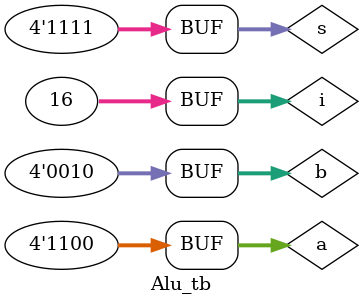
<source format=v>
module Alu(a,b,s,y);
input [3:0]a,b,s;
output reg [3:0]y;
always@(*)
begin
case(s)
	4'b0000:y=a+b;//Addition
	4'b0001:y=a-b;//Substraction
	4'b0010:y=a*b;//Multipiler
	4'b0011:y=a/b;//Division
	4'b0100:y=a%b;//Modulo
	4'b0101:y=~a;//not a
	4'b0110:y=!b;//not b
	4'b0111:y=a^b;//xor
	4'b1000:y=~(a|b);//nor
	4'b1001:y=~(a^b);//xnor
	4'b1010:y=a**b;//square
	4'b1011:y=a&b;//and
	4'b1100:y=a|b;//or
	4'b1101:y=a+1;//increment
	4'b1110:y=a-1;//decrement
	4'b1111:y=!(a&b);//nand
	default:y=4'bzzz;
endcase
end

endmodule

// testbench 
module Alu_tb();
reg [3:0]a,b,s;
wire [3:0]y;
Alu DUT(a,b,s,y);
integer i; 
initial
begin
a<=4'b1100;//12
b<=4'b0010;//2
for(i=0;i<16;i=i+1)
begin
	s=i;
	#10;
end
end
initial
begin
$monitor($time,"S=%d A=%d B=%d Output=%d",s,a,b,y);
end
endmodule



</source>
